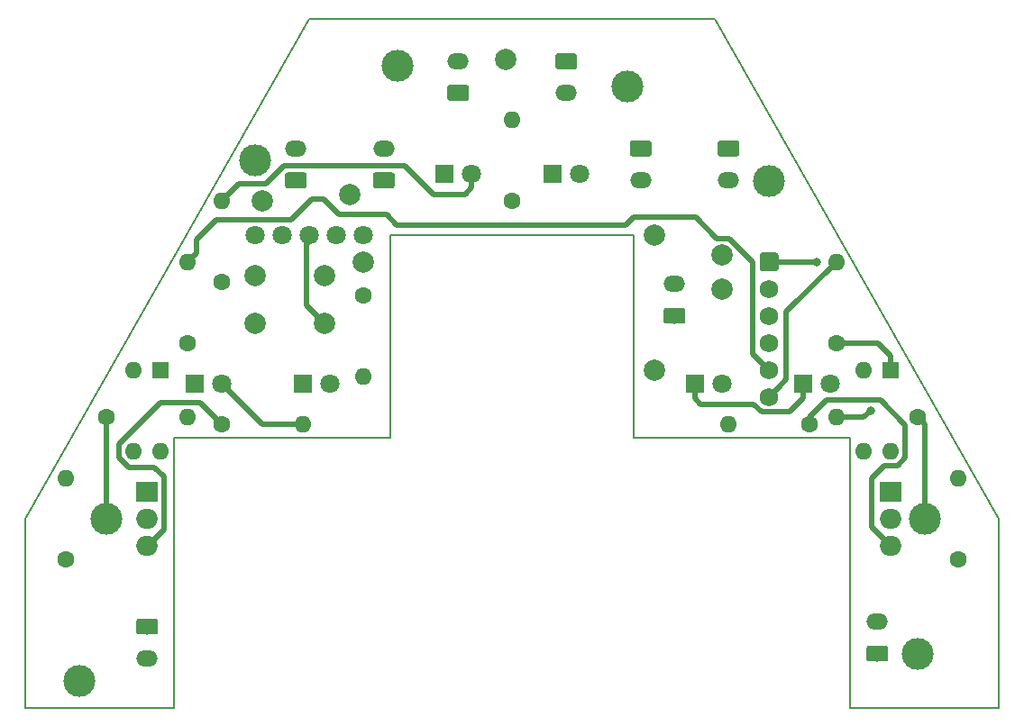
<source format=gbr>
%TF.GenerationSoftware,KiCad,Pcbnew,5.0.2-bee76a0~70~ubuntu18.04.1*%
%TF.CreationDate,2020-12-06T16:42:28+01:00*%
%TF.ProjectId,Robot-power-control,526f626f-742d-4706-9f77-65722d636f6e,rev?*%
%TF.SameCoordinates,Original*%
%TF.FileFunction,Copper,L1,Top*%
%TF.FilePolarity,Positive*%
%FSLAX46Y46*%
G04 Gerber Fmt 4.6, Leading zero omitted, Abs format (unit mm)*
G04 Created by KiCad (PCBNEW 5.0.2-bee76a0~70~ubuntu18.04.1) date dim. 06 déc. 2020 16:42:28 CET*
%MOMM*%
%LPD*%
G01*
G04 APERTURE LIST*
%ADD10C,0.200000*%
%ADD11C,1.800000*%
%ADD12C,1.740000*%
%ADD13C,0.150000*%
%ADD14O,2.000000X1.905000*%
%ADD15R,2.000000X1.905000*%
%ADD16O,1.600000X1.600000*%
%ADD17R,1.600000X1.600000*%
%ADD18C,1.600000*%
%ADD19O,2.020000X1.500000*%
%ADD20C,1.500000*%
%ADD21R,1.800000X1.800000*%
%ADD22C,3.000000*%
%ADD23C,2.000000*%
%ADD24C,0.800000*%
%ADD25C,0.500000*%
G04 APERTURE END LIST*
D10*
X88900000Y-50800000D02*
X115570000Y-97790000D01*
X115570000Y-115570000D02*
X115570000Y-97790000D01*
X101600000Y-115570000D02*
X115570000Y-115570000D01*
X101600000Y-90170000D02*
X101600000Y-115570000D01*
X81280000Y-90170000D02*
X101600000Y-90170000D01*
X81280000Y-71120000D02*
X81280000Y-90170000D01*
X58420000Y-71120000D02*
X81280000Y-71120000D01*
X58420000Y-90170000D02*
X58420000Y-71120000D01*
X38100000Y-90170000D02*
X58420000Y-90170000D01*
X38100000Y-115570000D02*
X38100000Y-90170000D01*
X24130000Y-115570000D02*
X38100000Y-115570000D01*
X24130000Y-97790000D02*
X24130000Y-115570000D01*
X50800000Y-50800000D02*
X24130000Y-97790000D01*
X50800000Y-50800000D02*
X88900000Y-50800000D01*
D11*
X45720000Y-71120000D03*
X48260000Y-71120000D03*
X50800000Y-71120000D03*
X53340000Y-71120000D03*
X55880000Y-71120000D03*
D12*
X93980000Y-86360000D03*
X93980000Y-83820000D03*
X93980000Y-81280000D03*
X93980000Y-78740000D03*
X93980000Y-76200000D03*
D13*
G36*
X94624505Y-72791204D02*
X94648773Y-72794804D01*
X94672572Y-72800765D01*
X94695671Y-72809030D01*
X94717850Y-72819520D01*
X94738893Y-72832132D01*
X94758599Y-72846747D01*
X94776777Y-72863223D01*
X94793253Y-72881401D01*
X94807868Y-72901107D01*
X94820480Y-72922150D01*
X94830970Y-72944329D01*
X94839235Y-72967428D01*
X94845196Y-72991227D01*
X94848796Y-73015495D01*
X94850000Y-73039999D01*
X94850000Y-74280001D01*
X94848796Y-74304505D01*
X94845196Y-74328773D01*
X94839235Y-74352572D01*
X94830970Y-74375671D01*
X94820480Y-74397850D01*
X94807868Y-74418893D01*
X94793253Y-74438599D01*
X94776777Y-74456777D01*
X94758599Y-74473253D01*
X94738893Y-74487868D01*
X94717850Y-74500480D01*
X94695671Y-74510970D01*
X94672572Y-74519235D01*
X94648773Y-74525196D01*
X94624505Y-74528796D01*
X94600001Y-74530000D01*
X93359999Y-74530000D01*
X93335495Y-74528796D01*
X93311227Y-74525196D01*
X93287428Y-74519235D01*
X93264329Y-74510970D01*
X93242150Y-74500480D01*
X93221107Y-74487868D01*
X93201401Y-74473253D01*
X93183223Y-74456777D01*
X93166747Y-74438599D01*
X93152132Y-74418893D01*
X93139520Y-74397850D01*
X93129030Y-74375671D01*
X93120765Y-74352572D01*
X93114804Y-74328773D01*
X93111204Y-74304505D01*
X93110000Y-74280001D01*
X93110000Y-73039999D01*
X93111204Y-73015495D01*
X93114804Y-72991227D01*
X93120765Y-72967428D01*
X93129030Y-72944329D01*
X93139520Y-72922150D01*
X93152132Y-72901107D01*
X93166747Y-72881401D01*
X93183223Y-72863223D01*
X93201401Y-72846747D01*
X93221107Y-72832132D01*
X93242150Y-72819520D01*
X93264329Y-72809030D01*
X93287428Y-72800765D01*
X93311227Y-72794804D01*
X93335495Y-72791204D01*
X93359999Y-72790000D01*
X94600001Y-72790000D01*
X94624505Y-72791204D01*
X94624505Y-72791204D01*
G37*
D12*
X93980000Y-73660000D03*
D14*
X105410000Y-100330000D03*
X105410000Y-97790000D03*
D15*
X105410000Y-95250000D03*
D14*
X35560000Y-100330000D03*
X35560000Y-97790000D03*
D15*
X35560000Y-95250000D03*
D16*
X105410000Y-91440000D03*
X102870000Y-83820000D03*
X102870000Y-91440000D03*
D17*
X105410000Y-83820000D03*
D16*
X36830000Y-91440000D03*
X34290000Y-83820000D03*
X34290000Y-91440000D03*
D17*
X36830000Y-83820000D03*
D16*
X42545000Y-67945000D03*
D18*
X42545000Y-75565000D03*
D16*
X90170000Y-88900000D03*
D18*
X97790000Y-88900000D03*
D16*
X50165000Y-88900000D03*
D18*
X42545000Y-88900000D03*
D16*
X55880000Y-84455000D03*
D18*
X55880000Y-76835000D03*
D16*
X100330000Y-73660000D03*
D18*
X100330000Y-81280000D03*
D16*
X39370000Y-73660000D03*
D18*
X39370000Y-81280000D03*
D16*
X111760000Y-93980000D03*
D18*
X111760000Y-101600000D03*
D16*
X27940000Y-93980000D03*
D18*
X27940000Y-101600000D03*
D16*
X69850000Y-60325000D03*
D18*
X69850000Y-67945000D03*
D16*
X100330000Y-88265000D03*
D18*
X107950000Y-88265000D03*
D16*
X39370000Y-88265000D03*
D18*
X31750000Y-88265000D03*
D19*
X85090000Y-75740000D03*
D13*
G36*
X85874504Y-77991204D02*
X85898773Y-77994804D01*
X85922571Y-78000765D01*
X85945671Y-78009030D01*
X85967849Y-78019520D01*
X85988893Y-78032133D01*
X86008598Y-78046747D01*
X86026777Y-78063223D01*
X86043253Y-78081402D01*
X86057867Y-78101107D01*
X86070480Y-78122151D01*
X86080970Y-78144329D01*
X86089235Y-78167429D01*
X86095196Y-78191227D01*
X86098796Y-78215496D01*
X86100000Y-78240000D01*
X86100000Y-79240000D01*
X86098796Y-79264504D01*
X86095196Y-79288773D01*
X86089235Y-79312571D01*
X86080970Y-79335671D01*
X86070480Y-79357849D01*
X86057867Y-79378893D01*
X86043253Y-79398598D01*
X86026777Y-79416777D01*
X86008598Y-79433253D01*
X85988893Y-79447867D01*
X85967849Y-79460480D01*
X85945671Y-79470970D01*
X85922571Y-79479235D01*
X85898773Y-79485196D01*
X85874504Y-79488796D01*
X85850000Y-79490000D01*
X84330000Y-79490000D01*
X84305496Y-79488796D01*
X84281227Y-79485196D01*
X84257429Y-79479235D01*
X84234329Y-79470970D01*
X84212151Y-79460480D01*
X84191107Y-79447867D01*
X84171402Y-79433253D01*
X84153223Y-79416777D01*
X84136747Y-79398598D01*
X84122133Y-79378893D01*
X84109520Y-79357849D01*
X84099030Y-79335671D01*
X84090765Y-79312571D01*
X84084804Y-79288773D01*
X84081204Y-79264504D01*
X84080000Y-79240000D01*
X84080000Y-78240000D01*
X84081204Y-78215496D01*
X84084804Y-78191227D01*
X84090765Y-78167429D01*
X84099030Y-78144329D01*
X84109520Y-78122151D01*
X84122133Y-78101107D01*
X84136747Y-78081402D01*
X84153223Y-78063223D01*
X84171402Y-78046747D01*
X84191107Y-78032133D01*
X84212151Y-78019520D01*
X84234329Y-78009030D01*
X84257429Y-78000765D01*
X84281227Y-77994804D01*
X84305496Y-77991204D01*
X84330000Y-77990000D01*
X85850000Y-77990000D01*
X85874504Y-77991204D01*
X85874504Y-77991204D01*
G37*
D20*
X85090000Y-78740000D03*
D19*
X104140000Y-107490000D03*
D13*
G36*
X104924504Y-109741204D02*
X104948773Y-109744804D01*
X104972571Y-109750765D01*
X104995671Y-109759030D01*
X105017849Y-109769520D01*
X105038893Y-109782133D01*
X105058598Y-109796747D01*
X105076777Y-109813223D01*
X105093253Y-109831402D01*
X105107867Y-109851107D01*
X105120480Y-109872151D01*
X105130970Y-109894329D01*
X105139235Y-109917429D01*
X105145196Y-109941227D01*
X105148796Y-109965496D01*
X105150000Y-109990000D01*
X105150000Y-110990000D01*
X105148796Y-111014504D01*
X105145196Y-111038773D01*
X105139235Y-111062571D01*
X105130970Y-111085671D01*
X105120480Y-111107849D01*
X105107867Y-111128893D01*
X105093253Y-111148598D01*
X105076777Y-111166777D01*
X105058598Y-111183253D01*
X105038893Y-111197867D01*
X105017849Y-111210480D01*
X104995671Y-111220970D01*
X104972571Y-111229235D01*
X104948773Y-111235196D01*
X104924504Y-111238796D01*
X104900000Y-111240000D01*
X103380000Y-111240000D01*
X103355496Y-111238796D01*
X103331227Y-111235196D01*
X103307429Y-111229235D01*
X103284329Y-111220970D01*
X103262151Y-111210480D01*
X103241107Y-111197867D01*
X103221402Y-111183253D01*
X103203223Y-111166777D01*
X103186747Y-111148598D01*
X103172133Y-111128893D01*
X103159520Y-111107849D01*
X103149030Y-111085671D01*
X103140765Y-111062571D01*
X103134804Y-111038773D01*
X103131204Y-111014504D01*
X103130000Y-110990000D01*
X103130000Y-109990000D01*
X103131204Y-109965496D01*
X103134804Y-109941227D01*
X103140765Y-109917429D01*
X103149030Y-109894329D01*
X103159520Y-109872151D01*
X103172133Y-109851107D01*
X103186747Y-109831402D01*
X103203223Y-109813223D01*
X103221402Y-109796747D01*
X103241107Y-109782133D01*
X103262151Y-109769520D01*
X103284329Y-109759030D01*
X103307429Y-109750765D01*
X103331227Y-109744804D01*
X103355496Y-109741204D01*
X103380000Y-109740000D01*
X104900000Y-109740000D01*
X104924504Y-109741204D01*
X104924504Y-109741204D01*
G37*
D20*
X104140000Y-110490000D03*
D19*
X35560000Y-110950000D03*
D13*
G36*
X36344504Y-107201204D02*
X36368773Y-107204804D01*
X36392571Y-107210765D01*
X36415671Y-107219030D01*
X36437849Y-107229520D01*
X36458893Y-107242133D01*
X36478598Y-107256747D01*
X36496777Y-107273223D01*
X36513253Y-107291402D01*
X36527867Y-107311107D01*
X36540480Y-107332151D01*
X36550970Y-107354329D01*
X36559235Y-107377429D01*
X36565196Y-107401227D01*
X36568796Y-107425496D01*
X36570000Y-107450000D01*
X36570000Y-108450000D01*
X36568796Y-108474504D01*
X36565196Y-108498773D01*
X36559235Y-108522571D01*
X36550970Y-108545671D01*
X36540480Y-108567849D01*
X36527867Y-108588893D01*
X36513253Y-108608598D01*
X36496777Y-108626777D01*
X36478598Y-108643253D01*
X36458893Y-108657867D01*
X36437849Y-108670480D01*
X36415671Y-108680970D01*
X36392571Y-108689235D01*
X36368773Y-108695196D01*
X36344504Y-108698796D01*
X36320000Y-108700000D01*
X34800000Y-108700000D01*
X34775496Y-108698796D01*
X34751227Y-108695196D01*
X34727429Y-108689235D01*
X34704329Y-108680970D01*
X34682151Y-108670480D01*
X34661107Y-108657867D01*
X34641402Y-108643253D01*
X34623223Y-108626777D01*
X34606747Y-108608598D01*
X34592133Y-108588893D01*
X34579520Y-108567849D01*
X34569030Y-108545671D01*
X34560765Y-108522571D01*
X34554804Y-108498773D01*
X34551204Y-108474504D01*
X34550000Y-108450000D01*
X34550000Y-107450000D01*
X34551204Y-107425496D01*
X34554804Y-107401227D01*
X34560765Y-107377429D01*
X34569030Y-107354329D01*
X34579520Y-107332151D01*
X34592133Y-107311107D01*
X34606747Y-107291402D01*
X34623223Y-107273223D01*
X34641402Y-107256747D01*
X34661107Y-107242133D01*
X34682151Y-107229520D01*
X34704329Y-107219030D01*
X34727429Y-107210765D01*
X34751227Y-107204804D01*
X34775496Y-107201204D01*
X34800000Y-107200000D01*
X36320000Y-107200000D01*
X36344504Y-107201204D01*
X36344504Y-107201204D01*
G37*
D20*
X35560000Y-107950000D03*
D19*
X81906500Y-66007500D03*
D13*
G36*
X82691004Y-62258704D02*
X82715273Y-62262304D01*
X82739071Y-62268265D01*
X82762171Y-62276530D01*
X82784349Y-62287020D01*
X82805393Y-62299633D01*
X82825098Y-62314247D01*
X82843277Y-62330723D01*
X82859753Y-62348902D01*
X82874367Y-62368607D01*
X82886980Y-62389651D01*
X82897470Y-62411829D01*
X82905735Y-62434929D01*
X82911696Y-62458727D01*
X82915296Y-62482996D01*
X82916500Y-62507500D01*
X82916500Y-63507500D01*
X82915296Y-63532004D01*
X82911696Y-63556273D01*
X82905735Y-63580071D01*
X82897470Y-63603171D01*
X82886980Y-63625349D01*
X82874367Y-63646393D01*
X82859753Y-63666098D01*
X82843277Y-63684277D01*
X82825098Y-63700753D01*
X82805393Y-63715367D01*
X82784349Y-63727980D01*
X82762171Y-63738470D01*
X82739071Y-63746735D01*
X82715273Y-63752696D01*
X82691004Y-63756296D01*
X82666500Y-63757500D01*
X81146500Y-63757500D01*
X81121996Y-63756296D01*
X81097727Y-63752696D01*
X81073929Y-63746735D01*
X81050829Y-63738470D01*
X81028651Y-63727980D01*
X81007607Y-63715367D01*
X80987902Y-63700753D01*
X80969723Y-63684277D01*
X80953247Y-63666098D01*
X80938633Y-63646393D01*
X80926020Y-63625349D01*
X80915530Y-63603171D01*
X80907265Y-63580071D01*
X80901304Y-63556273D01*
X80897704Y-63532004D01*
X80896500Y-63507500D01*
X80896500Y-62507500D01*
X80897704Y-62482996D01*
X80901304Y-62458727D01*
X80907265Y-62434929D01*
X80915530Y-62411829D01*
X80926020Y-62389651D01*
X80938633Y-62368607D01*
X80953247Y-62348902D01*
X80969723Y-62330723D01*
X80987902Y-62314247D01*
X81007607Y-62299633D01*
X81028651Y-62287020D01*
X81050829Y-62276530D01*
X81073929Y-62268265D01*
X81097727Y-62262304D01*
X81121996Y-62258704D01*
X81146500Y-62257500D01*
X82666500Y-62257500D01*
X82691004Y-62258704D01*
X82691004Y-62258704D01*
G37*
D20*
X81906500Y-63007500D03*
D19*
X57785000Y-63007500D03*
D13*
G36*
X58569504Y-65258704D02*
X58593773Y-65262304D01*
X58617571Y-65268265D01*
X58640671Y-65276530D01*
X58662849Y-65287020D01*
X58683893Y-65299633D01*
X58703598Y-65314247D01*
X58721777Y-65330723D01*
X58738253Y-65348902D01*
X58752867Y-65368607D01*
X58765480Y-65389651D01*
X58775970Y-65411829D01*
X58784235Y-65434929D01*
X58790196Y-65458727D01*
X58793796Y-65482996D01*
X58795000Y-65507500D01*
X58795000Y-66507500D01*
X58793796Y-66532004D01*
X58790196Y-66556273D01*
X58784235Y-66580071D01*
X58775970Y-66603171D01*
X58765480Y-66625349D01*
X58752867Y-66646393D01*
X58738253Y-66666098D01*
X58721777Y-66684277D01*
X58703598Y-66700753D01*
X58683893Y-66715367D01*
X58662849Y-66727980D01*
X58640671Y-66738470D01*
X58617571Y-66746735D01*
X58593773Y-66752696D01*
X58569504Y-66756296D01*
X58545000Y-66757500D01*
X57025000Y-66757500D01*
X57000496Y-66756296D01*
X56976227Y-66752696D01*
X56952429Y-66746735D01*
X56929329Y-66738470D01*
X56907151Y-66727980D01*
X56886107Y-66715367D01*
X56866402Y-66700753D01*
X56848223Y-66684277D01*
X56831747Y-66666098D01*
X56817133Y-66646393D01*
X56804520Y-66625349D01*
X56794030Y-66603171D01*
X56785765Y-66580071D01*
X56779804Y-66556273D01*
X56776204Y-66532004D01*
X56775000Y-66507500D01*
X56775000Y-65507500D01*
X56776204Y-65482996D01*
X56779804Y-65458727D01*
X56785765Y-65434929D01*
X56794030Y-65411829D01*
X56804520Y-65389651D01*
X56817133Y-65368607D01*
X56831747Y-65348902D01*
X56848223Y-65330723D01*
X56866402Y-65314247D01*
X56886107Y-65299633D01*
X56907151Y-65287020D01*
X56929329Y-65276530D01*
X56952429Y-65268265D01*
X56976227Y-65262304D01*
X57000496Y-65258704D01*
X57025000Y-65257500D01*
X58545000Y-65257500D01*
X58569504Y-65258704D01*
X58569504Y-65258704D01*
G37*
D20*
X57785000Y-66007500D03*
D19*
X90170000Y-66007500D03*
D13*
G36*
X90954504Y-62258704D02*
X90978773Y-62262304D01*
X91002571Y-62268265D01*
X91025671Y-62276530D01*
X91047849Y-62287020D01*
X91068893Y-62299633D01*
X91088598Y-62314247D01*
X91106777Y-62330723D01*
X91123253Y-62348902D01*
X91137867Y-62368607D01*
X91150480Y-62389651D01*
X91160970Y-62411829D01*
X91169235Y-62434929D01*
X91175196Y-62458727D01*
X91178796Y-62482996D01*
X91180000Y-62507500D01*
X91180000Y-63507500D01*
X91178796Y-63532004D01*
X91175196Y-63556273D01*
X91169235Y-63580071D01*
X91160970Y-63603171D01*
X91150480Y-63625349D01*
X91137867Y-63646393D01*
X91123253Y-63666098D01*
X91106777Y-63684277D01*
X91088598Y-63700753D01*
X91068893Y-63715367D01*
X91047849Y-63727980D01*
X91025671Y-63738470D01*
X91002571Y-63746735D01*
X90978773Y-63752696D01*
X90954504Y-63756296D01*
X90930000Y-63757500D01*
X89410000Y-63757500D01*
X89385496Y-63756296D01*
X89361227Y-63752696D01*
X89337429Y-63746735D01*
X89314329Y-63738470D01*
X89292151Y-63727980D01*
X89271107Y-63715367D01*
X89251402Y-63700753D01*
X89233223Y-63684277D01*
X89216747Y-63666098D01*
X89202133Y-63646393D01*
X89189520Y-63625349D01*
X89179030Y-63603171D01*
X89170765Y-63580071D01*
X89164804Y-63556273D01*
X89161204Y-63532004D01*
X89160000Y-63507500D01*
X89160000Y-62507500D01*
X89161204Y-62482996D01*
X89164804Y-62458727D01*
X89170765Y-62434929D01*
X89179030Y-62411829D01*
X89189520Y-62389651D01*
X89202133Y-62368607D01*
X89216747Y-62348902D01*
X89233223Y-62330723D01*
X89251402Y-62314247D01*
X89271107Y-62299633D01*
X89292151Y-62287020D01*
X89314329Y-62276530D01*
X89337429Y-62268265D01*
X89361227Y-62262304D01*
X89385496Y-62258704D01*
X89410000Y-62257500D01*
X90930000Y-62257500D01*
X90954504Y-62258704D01*
X90954504Y-62258704D01*
G37*
D20*
X90170000Y-63007500D03*
D19*
X49530000Y-63007500D03*
D13*
G36*
X50314504Y-65258704D02*
X50338773Y-65262304D01*
X50362571Y-65268265D01*
X50385671Y-65276530D01*
X50407849Y-65287020D01*
X50428893Y-65299633D01*
X50448598Y-65314247D01*
X50466777Y-65330723D01*
X50483253Y-65348902D01*
X50497867Y-65368607D01*
X50510480Y-65389651D01*
X50520970Y-65411829D01*
X50529235Y-65434929D01*
X50535196Y-65458727D01*
X50538796Y-65482996D01*
X50540000Y-65507500D01*
X50540000Y-66507500D01*
X50538796Y-66532004D01*
X50535196Y-66556273D01*
X50529235Y-66580071D01*
X50520970Y-66603171D01*
X50510480Y-66625349D01*
X50497867Y-66646393D01*
X50483253Y-66666098D01*
X50466777Y-66684277D01*
X50448598Y-66700753D01*
X50428893Y-66715367D01*
X50407849Y-66727980D01*
X50385671Y-66738470D01*
X50362571Y-66746735D01*
X50338773Y-66752696D01*
X50314504Y-66756296D01*
X50290000Y-66757500D01*
X48770000Y-66757500D01*
X48745496Y-66756296D01*
X48721227Y-66752696D01*
X48697429Y-66746735D01*
X48674329Y-66738470D01*
X48652151Y-66727980D01*
X48631107Y-66715367D01*
X48611402Y-66700753D01*
X48593223Y-66684277D01*
X48576747Y-66666098D01*
X48562133Y-66646393D01*
X48549520Y-66625349D01*
X48539030Y-66603171D01*
X48530765Y-66580071D01*
X48524804Y-66556273D01*
X48521204Y-66532004D01*
X48520000Y-66507500D01*
X48520000Y-65507500D01*
X48521204Y-65482996D01*
X48524804Y-65458727D01*
X48530765Y-65434929D01*
X48539030Y-65411829D01*
X48549520Y-65389651D01*
X48562133Y-65368607D01*
X48576747Y-65348902D01*
X48593223Y-65330723D01*
X48611402Y-65314247D01*
X48631107Y-65299633D01*
X48652151Y-65287020D01*
X48674329Y-65276530D01*
X48697429Y-65268265D01*
X48721227Y-65262304D01*
X48745496Y-65258704D01*
X48770000Y-65257500D01*
X50290000Y-65257500D01*
X50314504Y-65258704D01*
X50314504Y-65258704D01*
G37*
D20*
X49530000Y-66007500D03*
D19*
X74921500Y-57816000D03*
D13*
G36*
X75706004Y-54067204D02*
X75730273Y-54070804D01*
X75754071Y-54076765D01*
X75777171Y-54085030D01*
X75799349Y-54095520D01*
X75820393Y-54108133D01*
X75840098Y-54122747D01*
X75858277Y-54139223D01*
X75874753Y-54157402D01*
X75889367Y-54177107D01*
X75901980Y-54198151D01*
X75912470Y-54220329D01*
X75920735Y-54243429D01*
X75926696Y-54267227D01*
X75930296Y-54291496D01*
X75931500Y-54316000D01*
X75931500Y-55316000D01*
X75930296Y-55340504D01*
X75926696Y-55364773D01*
X75920735Y-55388571D01*
X75912470Y-55411671D01*
X75901980Y-55433849D01*
X75889367Y-55454893D01*
X75874753Y-55474598D01*
X75858277Y-55492777D01*
X75840098Y-55509253D01*
X75820393Y-55523867D01*
X75799349Y-55536480D01*
X75777171Y-55546970D01*
X75754071Y-55555235D01*
X75730273Y-55561196D01*
X75706004Y-55564796D01*
X75681500Y-55566000D01*
X74161500Y-55566000D01*
X74136996Y-55564796D01*
X74112727Y-55561196D01*
X74088929Y-55555235D01*
X74065829Y-55546970D01*
X74043651Y-55536480D01*
X74022607Y-55523867D01*
X74002902Y-55509253D01*
X73984723Y-55492777D01*
X73968247Y-55474598D01*
X73953633Y-55454893D01*
X73941020Y-55433849D01*
X73930530Y-55411671D01*
X73922265Y-55388571D01*
X73916304Y-55364773D01*
X73912704Y-55340504D01*
X73911500Y-55316000D01*
X73911500Y-54316000D01*
X73912704Y-54291496D01*
X73916304Y-54267227D01*
X73922265Y-54243429D01*
X73930530Y-54220329D01*
X73941020Y-54198151D01*
X73953633Y-54177107D01*
X73968247Y-54157402D01*
X73984723Y-54139223D01*
X74002902Y-54122747D01*
X74022607Y-54108133D01*
X74043651Y-54095520D01*
X74065829Y-54085030D01*
X74088929Y-54076765D01*
X74112727Y-54070804D01*
X74136996Y-54067204D01*
X74161500Y-54066000D01*
X75681500Y-54066000D01*
X75706004Y-54067204D01*
X75706004Y-54067204D01*
G37*
D20*
X74921500Y-54816000D03*
D19*
X64770000Y-54785000D03*
D13*
G36*
X65554504Y-57036204D02*
X65578773Y-57039804D01*
X65602571Y-57045765D01*
X65625671Y-57054030D01*
X65647849Y-57064520D01*
X65668893Y-57077133D01*
X65688598Y-57091747D01*
X65706777Y-57108223D01*
X65723253Y-57126402D01*
X65737867Y-57146107D01*
X65750480Y-57167151D01*
X65760970Y-57189329D01*
X65769235Y-57212429D01*
X65775196Y-57236227D01*
X65778796Y-57260496D01*
X65780000Y-57285000D01*
X65780000Y-58285000D01*
X65778796Y-58309504D01*
X65775196Y-58333773D01*
X65769235Y-58357571D01*
X65760970Y-58380671D01*
X65750480Y-58402849D01*
X65737867Y-58423893D01*
X65723253Y-58443598D01*
X65706777Y-58461777D01*
X65688598Y-58478253D01*
X65668893Y-58492867D01*
X65647849Y-58505480D01*
X65625671Y-58515970D01*
X65602571Y-58524235D01*
X65578773Y-58530196D01*
X65554504Y-58533796D01*
X65530000Y-58535000D01*
X64010000Y-58535000D01*
X63985496Y-58533796D01*
X63961227Y-58530196D01*
X63937429Y-58524235D01*
X63914329Y-58515970D01*
X63892151Y-58505480D01*
X63871107Y-58492867D01*
X63851402Y-58478253D01*
X63833223Y-58461777D01*
X63816747Y-58443598D01*
X63802133Y-58423893D01*
X63789520Y-58402849D01*
X63779030Y-58380671D01*
X63770765Y-58357571D01*
X63764804Y-58333773D01*
X63761204Y-58309504D01*
X63760000Y-58285000D01*
X63760000Y-57285000D01*
X63761204Y-57260496D01*
X63764804Y-57236227D01*
X63770765Y-57212429D01*
X63779030Y-57189329D01*
X63789520Y-57167151D01*
X63802133Y-57146107D01*
X63816747Y-57126402D01*
X63833223Y-57108223D01*
X63851402Y-57091747D01*
X63871107Y-57077133D01*
X63892151Y-57064520D01*
X63914329Y-57054030D01*
X63937429Y-57045765D01*
X63961227Y-57039804D01*
X63985496Y-57036204D01*
X64010000Y-57035000D01*
X65530000Y-57035000D01*
X65554504Y-57036204D01*
X65554504Y-57036204D01*
G37*
D20*
X64770000Y-57785000D03*
D11*
X66040000Y-65405000D03*
D21*
X63500000Y-65405000D03*
X86995000Y-85090000D03*
D11*
X89535000Y-85090000D03*
X42545000Y-85090000D03*
D21*
X40005000Y-85090000D03*
D11*
X76200000Y-65405000D03*
D21*
X73660000Y-65405000D03*
X97155000Y-85090000D03*
D11*
X99695000Y-85090000D03*
D21*
X50165000Y-85090000D03*
D11*
X52705000Y-85090000D03*
D22*
X59055000Y-55245000D03*
X29210000Y-113030000D03*
X45720000Y-64135000D03*
X80645000Y-57150000D03*
X107950000Y-110490000D03*
X108585000Y-97790000D03*
X93980000Y-66040000D03*
X31750000Y-97790000D03*
D23*
X45720000Y-79430000D03*
X45720000Y-74930000D03*
X52220000Y-79430000D03*
X52220000Y-74930000D03*
X69215000Y-54610000D03*
X83185000Y-71120000D03*
X83185000Y-83820000D03*
X55880000Y-73660000D03*
X89535000Y-76200000D03*
X54610000Y-67310000D03*
X89535000Y-73025000D03*
X46355000Y-67945000D03*
D24*
X98425000Y-73660000D03*
X103505000Y-87630000D03*
D25*
X51220001Y-78430001D02*
X52220000Y-79430000D01*
X50535001Y-77745001D02*
X51220001Y-78430001D01*
X50535001Y-72019999D02*
X50535001Y-77745001D01*
X51435000Y-71120000D02*
X50535001Y-72019999D01*
X93980000Y-73660000D02*
X98425000Y-73660000D01*
X98425000Y-73660000D02*
X98425000Y-73660000D01*
X86995000Y-86490000D02*
X86995000Y-85090000D01*
X87546601Y-87041601D02*
X86995000Y-86490000D01*
X92559999Y-87041601D02*
X87546601Y-87041601D01*
X93298399Y-87780001D02*
X92559999Y-87041601D01*
X95864999Y-87780001D02*
X93298399Y-87780001D01*
X97155000Y-86490000D02*
X95864999Y-87780001D01*
X97155000Y-85090000D02*
X97155000Y-86490000D01*
X105362500Y-100330000D02*
X105410000Y-100330000D01*
X103585001Y-98552501D02*
X105362500Y-100330000D01*
X103585001Y-93980000D02*
X103585001Y-98552501D01*
X97790000Y-88900000D02*
X97790000Y-88265000D01*
X106058001Y-92790001D02*
X104775000Y-92790001D01*
X97790000Y-88265000D02*
X99375001Y-86679999D01*
X106760001Y-88980001D02*
X106760001Y-92088001D01*
X99375001Y-86679999D02*
X104459999Y-86679999D01*
X104459999Y-86679999D02*
X106760001Y-88980001D01*
X104775000Y-92790001D02*
X103585001Y-93980000D01*
X106760001Y-92088001D02*
X106058001Y-92790001D01*
X108585000Y-88900000D02*
X107950000Y-88265000D01*
X108585000Y-97790000D02*
X108585000Y-88900000D01*
X31750000Y-92029386D02*
X31750000Y-97790000D01*
X31750000Y-88265000D02*
X31750000Y-92029386D01*
X65407792Y-67310000D02*
X66040000Y-66677792D01*
X66040000Y-66677792D02*
X66040000Y-65405000D01*
X44195001Y-66294999D02*
X46742003Y-66294999D01*
X42545000Y-67945000D02*
X44195001Y-66294999D01*
X48397012Y-64639990D02*
X59764988Y-64639990D01*
X46742003Y-66294999D02*
X48397012Y-64639990D01*
X59764988Y-64639990D02*
X62434998Y-67310000D01*
X62434998Y-67310000D02*
X65407792Y-67310000D01*
X46355000Y-88900000D02*
X50165000Y-88900000D01*
X42545000Y-85090000D02*
X46355000Y-88900000D01*
X100330000Y-88265000D02*
X102870000Y-88265000D01*
X102870000Y-88265000D02*
X103505000Y-87630000D01*
X93980000Y-83820000D02*
X92459999Y-82299999D01*
X81240001Y-69469999D02*
X87061197Y-69469999D01*
X80559999Y-70150001D02*
X81240001Y-69469999D01*
X89066197Y-71474999D02*
X90274998Y-71474999D01*
X87061197Y-69469999D02*
X89066197Y-71474999D01*
X90274998Y-71474999D02*
X92459999Y-73660000D01*
X92459999Y-82299999D02*
X92459999Y-73660000D01*
X40169999Y-72860001D02*
X39370000Y-73660000D01*
X40169999Y-71590001D02*
X40169999Y-72860001D01*
X49106199Y-69669999D02*
X42090001Y-69669999D01*
X59028199Y-70225001D02*
X58018198Y-69215000D01*
X80484999Y-70225001D02*
X59028199Y-70225001D01*
X81240001Y-69469999D02*
X80484999Y-70225001D01*
X53566802Y-69215000D02*
X52106801Y-67754999D01*
X51021199Y-67754999D02*
X49106199Y-69669999D01*
X58018198Y-69215000D02*
X53566802Y-69215000D01*
X42090001Y-69669999D02*
X40169999Y-71590001D01*
X52106801Y-67754999D02*
X51021199Y-67754999D01*
X94849999Y-85490001D02*
X93980000Y-86360000D01*
X95604999Y-78385001D02*
X95604999Y-84735001D01*
X95604999Y-84735001D02*
X94849999Y-85490001D01*
X100330000Y-73660000D02*
X95604999Y-78385001D01*
X101461370Y-81280000D02*
X100330000Y-81280000D01*
X105410000Y-82520000D02*
X104170000Y-81280000D01*
X104170000Y-81280000D02*
X101461370Y-81280000D01*
X105410000Y-83820000D02*
X105410000Y-82520000D01*
X35560000Y-100330000D02*
X36195000Y-100330000D01*
X35607500Y-100330000D02*
X35560000Y-100330000D01*
X37110010Y-96642510D02*
X37110010Y-98827490D01*
X37110001Y-93857499D02*
X37110001Y-96642501D01*
X36242503Y-92990001D02*
X37110001Y-93857499D01*
X33841999Y-92990001D02*
X36242503Y-92990001D01*
X37110001Y-96642501D02*
X37110010Y-96642510D01*
X32939999Y-90791999D02*
X32939999Y-92088001D01*
X36816999Y-86914999D02*
X32939999Y-90791999D01*
X37110010Y-98827490D02*
X35607500Y-100330000D01*
X40559999Y-86914999D02*
X36816999Y-86914999D01*
X32939999Y-92088001D02*
X33841999Y-92990001D01*
X42545000Y-88900000D02*
X40559999Y-86914999D01*
M02*

</source>
